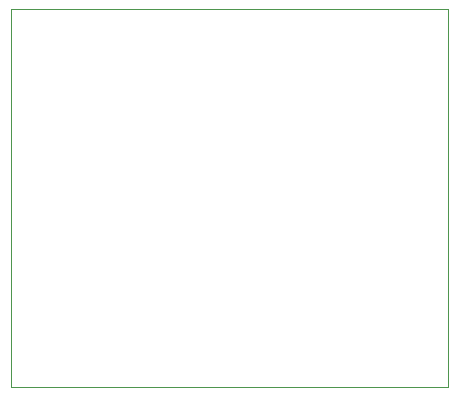
<source format=gbr>
%TF.GenerationSoftware,KiCad,Pcbnew,(5.1.12)-1*%
%TF.CreationDate,2022-02-01T13:32:49+01:00*%
%TF.ProjectId,trainCatcherRelay,74726169-6e43-4617-9463-68657252656c,rev?*%
%TF.SameCoordinates,Original*%
%TF.FileFunction,Profile,NP*%
%FSLAX46Y46*%
G04 Gerber Fmt 4.6, Leading zero omitted, Abs format (unit mm)*
G04 Created by KiCad (PCBNEW (5.1.12)-1) date 2022-02-01 13:32:49*
%MOMM*%
%LPD*%
G01*
G04 APERTURE LIST*
%TA.AperFunction,Profile*%
%ADD10C,0.050000*%
%TD*%
G04 APERTURE END LIST*
D10*
X154500000Y32000000D02*
X117500000Y32000000D01*
X154500000Y32500000D02*
X154500000Y32000000D01*
X154500000Y64000000D02*
X154500000Y32500000D01*
X117500000Y64000000D02*
X154500000Y64000000D01*
X117500000Y32000000D02*
X117500000Y64000000D01*
M02*

</source>
